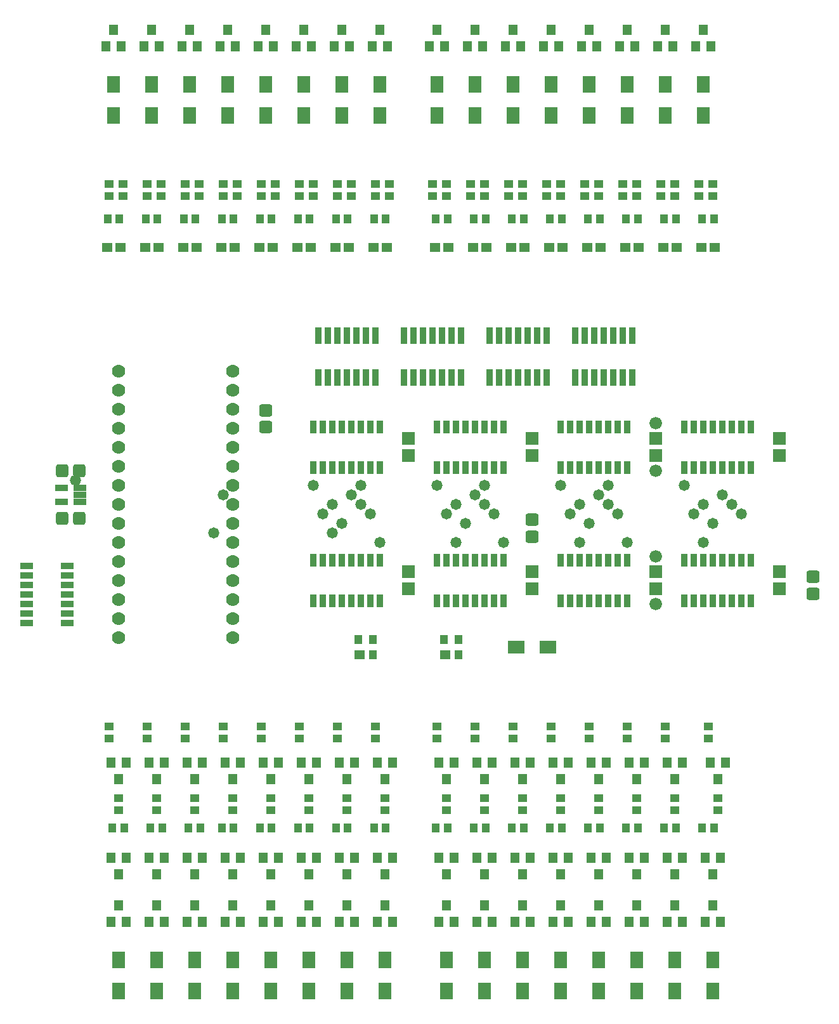
<source format=gbr>
G04 Easy-PC Gerber Version 25.0 Build 5877*
G04 #@! TF.Part,Single*
G04 #@! TF.FileFunction,Soldermask,Top*
G04 #@! TF.FilePolarity,Negative*
%FSLAX35Y35*%
%MOIN*%
G04 #@! TA.AperFunction,SMDPad,CuDef*
%ADD162R,0.03500X0.09000*%
%ADD152R,0.03559X0.07102*%
%ADD157R,0.04150X0.04543*%
%ADD165R,0.04346X0.04740*%
%ADD16R,0.05000X0.05800*%
%ADD158R,0.06500X0.07000*%
%ADD161R,0.07102X0.08874*%
%ADD153R,0.06512X0.03362*%
%ADD154R,0.07016X0.03756*%
G04 #@! TA.AperFunction,ViaPad*
%ADD10C,0.05800*%
G04 #@! TA.AperFunction,SMDPad,CuDef*
%ADD164R,0.04740X0.04346*%
%ADD156R,0.05724X0.04543*%
%ADD163R,0.05291X0.04937*%
G04 #@! TA.AperFunction,ViaPad*
%ADD150C,0.06600*%
G04 #@! TA.AperFunction,ComponentPad*
%ADD151C,0.07000*%
G04 #@! TA.AperFunction,SMDPad,CuDef*
%ADD160R,0.08874X0.07102*%
%AMT159*0 Rounded Rectangle Pad at angle 0*4,1,48,-0.01956,-0.03300,0.01956,-0.03300,0.02141,-0.03287,0.02321,-0.03248,0.02494,-0.03183,0.02656,-0.03094,0.02803,-0.02984,0.02933,-0.02854,0.03044,-0.02706,0.03133,-0.02544,0.03197,-0.02371,0.03237,-0.02191,0.03250,-0.02006,0.03250,0.02006,0.03237,0.02191,0.03198,0.02371,0.03133,0.02544,0.03044,0.02706,0.02934,0.02853,0.02804,0.02983,0.02656,0.03094,0.02494,0.03183,0.02321,0.03247,0.02141,0.03287,0.01956,0.03300,-0.01956,0.03300,-0.02141,0.03287,-0.02321,0.03248,-0.02494,0.03183,-0.02656,0.03094,-0.02803,0.02984,-0.02933,0.02854,-0.03044,0.02706,-0.03133,0.02544,-0.03197,0.02371,-0.03237,0.02191,-0.03250,0.02006,-0.03250,-0.02006,-0.03237,-0.02191,-0.03198,-0.02371,-0.03133,-0.02544,-0.03044,-0.02706,-0.02934,-0.02853,-0.02804,-0.02983,-0.02656,-0.03094,-0.02494,-0.03183,-0.02321,-0.03247,-0.02141,-0.03287,-0.01956,-0.03300,0*%
%ADD159T159*%
%AMT155*0 Rounded Rectangle Pad at angle 90*4,1,48,0.03300,-0.01956,0.03300,0.01956,0.03287,0.02141,0.03248,0.02321,0.03183,0.02494,0.03094,0.02656,0.02984,0.02803,0.02854,0.02933,0.02706,0.03044,0.02544,0.03133,0.02371,0.03197,0.02191,0.03237,0.02006,0.03250,-0.02006,0.03250,-0.02191,0.03237,-0.02371,0.03198,-0.02544,0.03133,-0.02706,0.03044,-0.02853,0.02934,-0.02983,0.02804,-0.03094,0.02656,-0.03183,0.02494,-0.03247,0.02321,-0.03287,0.02141,-0.03300,0.01956,-0.03300,-0.01956,-0.03287,-0.02141,-0.03248,-0.02321,-0.03183,-0.02494,-0.03094,-0.02656,-0.02984,-0.02803,-0.02854,-0.02933,-0.02706,-0.03044,-0.02544,-0.03133,-0.02371,-0.03197,-0.02191,-0.03237,-0.02006,-0.03250,0.02006,-0.03250,0.02191,-0.03237,0.02371,-0.03198,0.02544,-0.03133,0.02706,-0.03044,0.02853,-0.02934,0.02983,-0.02804,0.03094,-0.02656,0.03183,-0.02494,0.03247,-0.02321,0.03287,-0.02141,0.03300,-0.01956,0*%
%ADD155T155*%
G04 #@! TD.AperFunction*
X0Y0D02*
D02*
D10*
X152750Y332750D03*
X225250Y305250D03*
X230250Y325250D03*
X277750Y330250D03*
X282750Y315250D03*
X287750Y305250D03*
Y320250D03*
X292750Y310250D03*
X297750Y325250D03*
X302750Y320250D03*
Y330250D03*
X307750Y315250D03*
X312750Y300250D03*
X342750Y330250D03*
X347750Y315250D03*
X352750Y300250D03*
Y320250D03*
X357750Y310250D03*
X362750Y325250D03*
X367750Y320250D03*
Y330250D03*
X372750Y315250D03*
X377750Y300250D03*
X407750Y330250D03*
X412750Y315250D03*
X417750Y300250D03*
Y320250D03*
X422750Y310250D03*
X427750Y325250D03*
X432750Y320250D03*
Y330250D03*
X437750Y315250D03*
X442750Y300250D03*
X472750Y330250D03*
X477750Y315250D03*
X482750Y300250D03*
Y320250D03*
X487750Y310250D03*
X492750Y325250D03*
X497750Y320250D03*
X502750Y315250D03*
D02*
D16*
X168750Y560950D03*
X171250Y100950D03*
Y134550D03*
Y184550D03*
X172750Y569650D03*
X175250Y109650D03*
Y125850D03*
Y175850D03*
X176750Y560950D03*
X179250Y100950D03*
Y134550D03*
Y184550D03*
X188750Y560950D03*
X191250Y100950D03*
Y134550D03*
Y184550D03*
X192750Y569650D03*
X195250Y109650D03*
Y125850D03*
Y175850D03*
X196750Y560950D03*
X199250Y100950D03*
Y134550D03*
Y184550D03*
X208750Y560950D03*
X211250Y100950D03*
Y134550D03*
Y184550D03*
X212750Y569650D03*
X215250Y109650D03*
Y125850D03*
Y175850D03*
X216750Y560950D03*
X219250Y100950D03*
Y134550D03*
Y184550D03*
X228750Y560950D03*
X231250Y100950D03*
Y134550D03*
Y184550D03*
X232750Y569650D03*
X235250Y109650D03*
Y125850D03*
Y175850D03*
X236750Y560950D03*
X239250Y100950D03*
Y134550D03*
Y184550D03*
X248750Y560950D03*
X251250Y100950D03*
Y134550D03*
Y184550D03*
X252750Y569650D03*
X255250Y109650D03*
Y125850D03*
Y175850D03*
X256750Y560950D03*
X259250Y100950D03*
Y134550D03*
Y184550D03*
X268750Y560950D03*
X271250Y100950D03*
Y134550D03*
Y184550D03*
X272750Y569650D03*
X275250Y109650D03*
Y125850D03*
Y175850D03*
X276750Y560950D03*
X279250Y100950D03*
Y134550D03*
Y184550D03*
X288750Y560950D03*
X291250Y100950D03*
Y134550D03*
Y184550D03*
X292750Y569650D03*
X295250Y109650D03*
Y125850D03*
Y175850D03*
X296750Y560950D03*
X299250Y100950D03*
Y134550D03*
Y184550D03*
X308750Y560950D03*
X311250Y100950D03*
Y134550D03*
Y184550D03*
X312750Y569650D03*
X315250Y109650D03*
Y125850D03*
Y175850D03*
X316750Y560950D03*
X319250Y100950D03*
Y134550D03*
Y184550D03*
X338750Y560950D03*
X342750Y569650D03*
X343750Y100950D03*
Y134550D03*
Y184550D03*
X346750Y560950D03*
X347750Y109650D03*
Y125850D03*
Y175850D03*
X351750Y100950D03*
Y134550D03*
Y184550D03*
X358750Y560950D03*
X362750Y569650D03*
X363750Y100950D03*
Y134550D03*
Y184550D03*
X366750Y560950D03*
X367750Y109650D03*
Y125850D03*
Y175850D03*
X371750Y100950D03*
Y134550D03*
Y184550D03*
X378750Y560950D03*
X382750Y569650D03*
X383750Y100950D03*
Y134550D03*
Y184550D03*
X386750Y560950D03*
X387750Y109650D03*
Y125850D03*
Y175850D03*
X391750Y100950D03*
Y134550D03*
Y184550D03*
X398750Y560950D03*
X402750Y569650D03*
X403750Y100950D03*
Y134550D03*
Y184550D03*
X406750Y560950D03*
X407750Y109650D03*
Y125850D03*
Y175850D03*
X411750Y100950D03*
Y134550D03*
Y184550D03*
X418750Y560950D03*
X422750Y569650D03*
X423750Y100950D03*
Y134550D03*
Y184550D03*
X426750Y560950D03*
X427750Y109650D03*
Y125850D03*
Y175850D03*
X431750Y100950D03*
Y134550D03*
Y184550D03*
X438750Y560950D03*
X442750Y569650D03*
X443750Y100950D03*
Y134550D03*
Y184550D03*
X446750Y560950D03*
X447750Y109650D03*
Y125850D03*
Y175850D03*
X451750Y100950D03*
Y134550D03*
Y184550D03*
X458750Y560950D03*
X462750Y569650D03*
X463750Y100950D03*
Y134550D03*
Y184550D03*
X466750Y560950D03*
X467750Y109650D03*
Y125850D03*
Y175850D03*
X471750Y100950D03*
Y134550D03*
Y184550D03*
X478750Y560950D03*
X482750Y569650D03*
X483750Y100950D03*
Y134550D03*
X486250Y184550D03*
X486750Y560950D03*
X487750Y109650D03*
Y125850D03*
X490250Y175850D03*
X491750Y100950D03*
Y134550D03*
X494250Y184550D03*
D02*
D150*
X457750Y267750D03*
Y292750D03*
Y337750D03*
Y362750D03*
D02*
D151*
X175250Y250250D03*
Y260250D03*
Y270250D03*
Y280250D03*
Y290250D03*
Y300250D03*
Y310250D03*
Y320250D03*
Y330250D03*
Y340250D03*
Y350250D03*
Y360250D03*
Y370250D03*
Y380250D03*
Y390250D03*
X235250Y250250D03*
Y260250D03*
Y270250D03*
Y280250D03*
Y290250D03*
Y300250D03*
Y310250D03*
Y320250D03*
Y330250D03*
Y340250D03*
Y350250D03*
Y360250D03*
Y370250D03*
Y380250D03*
Y390250D03*
D02*
D152*
X277750Y269522D03*
Y290978D03*
Y339522D03*
Y360978D03*
X282750Y269522D03*
Y290978D03*
Y339522D03*
Y360978D03*
X287750Y269522D03*
Y290978D03*
Y339522D03*
Y360978D03*
X292750Y269522D03*
Y290978D03*
Y339522D03*
Y360978D03*
X297750Y269522D03*
Y290978D03*
Y339522D03*
Y360978D03*
X302750Y269522D03*
Y290978D03*
Y339522D03*
Y360978D03*
X307750Y269522D03*
Y290978D03*
Y339522D03*
Y360978D03*
X312750Y269522D03*
Y290978D03*
Y339522D03*
Y360978D03*
X342750Y269522D03*
Y290978D03*
Y339522D03*
Y360978D03*
X347750Y269522D03*
Y290978D03*
Y339522D03*
Y360978D03*
X352750Y269522D03*
Y290978D03*
Y339522D03*
Y360978D03*
X357750Y269522D03*
Y290978D03*
Y339522D03*
Y360978D03*
X362750Y269522D03*
Y290978D03*
Y339522D03*
Y360978D03*
X367750Y269522D03*
Y290978D03*
Y339522D03*
Y360978D03*
X372750Y269522D03*
Y290978D03*
Y339522D03*
Y360978D03*
X377750Y269522D03*
Y290978D03*
Y339522D03*
Y360978D03*
X407750Y269522D03*
Y290978D03*
Y339522D03*
Y360978D03*
X412750Y269522D03*
Y290978D03*
Y339522D03*
Y360978D03*
X417750Y269522D03*
Y290978D03*
Y339522D03*
Y360978D03*
X422750Y269522D03*
Y290978D03*
Y339522D03*
Y360978D03*
X427750Y269522D03*
Y290978D03*
Y339522D03*
Y360978D03*
X432750Y269522D03*
Y290978D03*
Y339522D03*
Y360978D03*
X437750Y269522D03*
Y290978D03*
Y339522D03*
Y360978D03*
X442750Y269522D03*
Y290978D03*
Y339522D03*
Y360978D03*
X472750Y269522D03*
Y290978D03*
Y339522D03*
Y360978D03*
X477750Y269522D03*
Y290978D03*
Y339522D03*
Y360978D03*
X482750Y269522D03*
Y290978D03*
Y339522D03*
Y360978D03*
X487750Y269522D03*
Y290978D03*
Y339522D03*
Y360978D03*
X492750Y269522D03*
Y290978D03*
Y339522D03*
Y360978D03*
X497750Y269522D03*
Y290978D03*
Y339522D03*
Y360978D03*
X502750Y269522D03*
Y290978D03*
Y339522D03*
Y360978D03*
X507750Y269522D03*
Y290978D03*
Y339522D03*
Y360978D03*
D02*
D153*
X145329Y321510D03*
Y328990D03*
X155171Y321510D03*
Y325250D03*
Y328990D03*
D02*
D154*
X127077Y257750D03*
Y262750D03*
Y267750D03*
Y272750D03*
Y277750D03*
Y282750D03*
Y287750D03*
X148423Y257750D03*
Y262750D03*
Y267750D03*
Y272750D03*
Y277750D03*
Y282750D03*
Y287750D03*
D02*
D155*
X252750Y360850D03*
Y369650D03*
X392750Y303350D03*
Y312150D03*
X540250Y273350D03*
Y282150D03*
D02*
D156*
X302100Y241313D03*
X347100D03*
D02*
D157*
X301313Y249187D03*
X309187Y241313D03*
Y249187D03*
X346313D03*
X354187Y241313D03*
Y249187D03*
D02*
D158*
X327750Y275750D03*
Y284750D03*
Y345750D03*
Y354750D03*
X392750Y275750D03*
Y284750D03*
Y345750D03*
Y354750D03*
X457750Y275750D03*
Y284750D03*
Y345750D03*
Y354750D03*
X522750Y275750D03*
Y284750D03*
Y345750D03*
Y354750D03*
D02*
D159*
X145850Y312750D03*
Y337750D03*
X154650Y312750D03*
Y337750D03*
D02*
D160*
X384482Y245250D03*
X401018D03*
D02*
D161*
X172750Y524482D03*
Y541018D03*
X175250Y64482D03*
Y81018D03*
X192750Y524482D03*
Y541018D03*
X195250Y64482D03*
Y81018D03*
X212750Y524482D03*
Y541018D03*
X215250Y64482D03*
Y81018D03*
X232750Y524482D03*
Y541018D03*
X235250Y64482D03*
Y81018D03*
X252750Y524482D03*
Y541018D03*
X255250Y64482D03*
Y81018D03*
X272750Y524482D03*
Y541018D03*
X275250Y64482D03*
Y81018D03*
X292750Y524482D03*
Y541018D03*
X295250Y64482D03*
Y81018D03*
X312750Y524482D03*
Y541018D03*
X315250Y64482D03*
Y81018D03*
X342750Y524482D03*
Y541018D03*
X347750Y64482D03*
Y81018D03*
X362750Y524482D03*
Y541018D03*
X367750Y64482D03*
Y81018D03*
X382750Y524482D03*
Y541018D03*
X387750Y64482D03*
Y81018D03*
X402750Y524482D03*
Y541018D03*
X407750Y64482D03*
Y81018D03*
X422750Y524482D03*
Y541018D03*
X427750Y64482D03*
Y81018D03*
X442750Y524482D03*
Y541018D03*
X447750Y64482D03*
Y81018D03*
X462750Y524482D03*
Y541018D03*
X467750Y64482D03*
Y81018D03*
X482750Y524482D03*
Y541018D03*
X487750Y64482D03*
Y81018D03*
D02*
D162*
X280250Y386750D03*
Y408750D03*
X285250Y386750D03*
Y408750D03*
X290250Y386750D03*
Y408750D03*
X295250Y386750D03*
Y408750D03*
X300250Y386750D03*
Y408750D03*
X305250Y386750D03*
Y408750D03*
X310250Y386750D03*
Y408750D03*
X325250Y386750D03*
Y408750D03*
X330250Y386750D03*
Y408750D03*
X335250Y386750D03*
Y408750D03*
X340250Y386750D03*
Y408750D03*
X345250Y386750D03*
Y408750D03*
X350250Y386750D03*
Y408750D03*
X355250Y386750D03*
Y408750D03*
X370250Y386750D03*
Y408750D03*
X375250Y386750D03*
Y408750D03*
X380250Y386750D03*
Y408750D03*
X385250Y386750D03*
Y408750D03*
X390250Y386750D03*
Y408750D03*
X395250Y386750D03*
Y408750D03*
X400250Y386750D03*
Y408750D03*
X415250Y386750D03*
Y408750D03*
X420250Y386750D03*
Y408750D03*
X425250Y386750D03*
Y408750D03*
X430250Y386750D03*
Y408750D03*
X435250Y386750D03*
Y408750D03*
X440250Y386750D03*
Y408750D03*
X445250Y386750D03*
Y408750D03*
D02*
D163*
X169250Y455250D03*
X176250D03*
X189250D03*
X196250D03*
X209250D03*
X216250D03*
X229250D03*
X236250D03*
X249250D03*
X256250D03*
X269250D03*
X276250D03*
X289250D03*
X296250D03*
X309250D03*
X316250D03*
X341750D03*
X348750D03*
X361750D03*
X368750D03*
X381750D03*
X388750D03*
X401750D03*
X408750D03*
X421750D03*
X428750D03*
X441750D03*
X448750D03*
X461750D03*
X468750D03*
X481750D03*
X488750D03*
D02*
D164*
X170250Y197100D03*
Y203400D03*
Y482100D03*
Y488400D03*
X175250Y159600D03*
Y165900D03*
X177750Y482100D03*
Y488400D03*
X190250Y197100D03*
Y203400D03*
Y482100D03*
Y488400D03*
X195250Y159600D03*
Y165900D03*
X197750Y482100D03*
Y488400D03*
X210250Y197100D03*
Y203400D03*
Y482100D03*
Y488400D03*
X215250Y159600D03*
Y165900D03*
X217750Y482100D03*
Y488400D03*
X230250Y197100D03*
Y203400D03*
Y482100D03*
Y488400D03*
X235250Y159600D03*
Y165900D03*
X237750Y482100D03*
Y488400D03*
X250250Y197100D03*
Y203400D03*
Y482100D03*
Y488400D03*
X255250Y159600D03*
Y165900D03*
X257750Y482100D03*
Y488400D03*
X270250Y197100D03*
Y203400D03*
Y482100D03*
Y488400D03*
X275250Y159600D03*
Y165900D03*
X277750Y482100D03*
Y488400D03*
X290250Y197100D03*
Y203400D03*
Y482100D03*
Y488400D03*
X295250Y159600D03*
Y165900D03*
X297750Y482100D03*
Y488400D03*
X310250Y197100D03*
Y203400D03*
Y482100D03*
Y488400D03*
X315250Y159600D03*
Y165900D03*
X317750Y482100D03*
Y488400D03*
X340250Y482100D03*
Y488400D03*
X342750Y197100D03*
Y203400D03*
X347750Y159600D03*
Y165900D03*
Y482100D03*
Y488400D03*
X360250Y482100D03*
Y488400D03*
X362750Y197100D03*
Y203400D03*
X367750Y159600D03*
Y165900D03*
Y482100D03*
Y488400D03*
X380250Y482100D03*
Y488400D03*
X382750Y197100D03*
Y203400D03*
X387750Y159600D03*
Y165900D03*
Y482100D03*
Y488400D03*
X400250Y482100D03*
Y488400D03*
X402750Y197100D03*
Y203400D03*
X407750Y159600D03*
Y165900D03*
Y482100D03*
Y488400D03*
X420250Y482100D03*
Y488400D03*
X422750Y197100D03*
Y203400D03*
X427750Y159600D03*
Y165900D03*
Y482100D03*
Y488400D03*
X440250Y482100D03*
Y488400D03*
X442750Y197100D03*
Y203400D03*
X447750Y159600D03*
Y165900D03*
Y482100D03*
Y488400D03*
X460250Y482100D03*
Y488400D03*
X462750Y197100D03*
Y203400D03*
X467750Y159600D03*
Y165900D03*
Y482100D03*
Y488400D03*
X480250Y482100D03*
Y488400D03*
X485250Y197100D03*
Y203400D03*
X487750Y482100D03*
Y488400D03*
X490250Y159600D03*
Y165900D03*
D02*
D165*
X169600Y470250D03*
X172100Y150250D03*
X175900Y470250D03*
X178400Y150250D03*
X189600Y470250D03*
X192100Y150250D03*
X195900Y470250D03*
X198400Y150250D03*
X209600Y470250D03*
X212100Y150250D03*
X215900Y470250D03*
X218400Y150250D03*
X229600D03*
Y470250D03*
X235900Y150250D03*
Y470250D03*
X249600Y150250D03*
Y470250D03*
X255900Y150250D03*
Y470250D03*
X269600Y150250D03*
Y470250D03*
X275900Y150250D03*
Y470250D03*
X289600Y150250D03*
Y470250D03*
X295900Y150250D03*
Y470250D03*
X309600Y150250D03*
Y470250D03*
X315900Y150250D03*
Y470250D03*
X342100Y150250D03*
Y470250D03*
X348400Y150250D03*
Y470250D03*
X362100Y150250D03*
Y470250D03*
X368400Y150250D03*
Y470250D03*
X382100Y150250D03*
Y470250D03*
X388400Y150250D03*
Y470250D03*
X402100Y150250D03*
Y470250D03*
X408400Y150250D03*
Y470250D03*
X422100Y150250D03*
Y470250D03*
X428400Y150250D03*
Y470250D03*
X442100Y150250D03*
Y470250D03*
X448400Y150250D03*
Y470250D03*
X462100Y150250D03*
Y470250D03*
X468400Y150250D03*
Y470250D03*
X482100Y150250D03*
Y470250D03*
X488400Y150250D03*
Y470250D03*
X0Y0D02*
M02*

</source>
